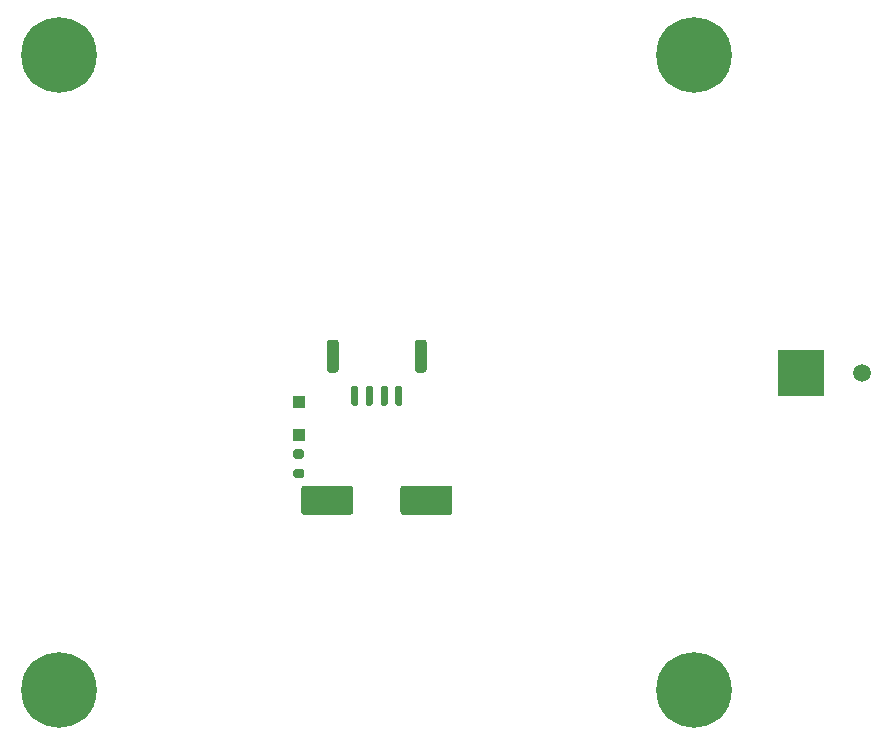
<source format=gbs>
%TF.GenerationSoftware,KiCad,Pcbnew,5.1.7-a382d34a8~88~ubuntu20.04.1*%
%TF.CreationDate,2021-06-08T03:13:41+02:00*%
%TF.ProjectId,uHoubolt_PCB_GNSS,75486f75-626f-46c7-945f-5043425f474e,rev?*%
%TF.SameCoordinates,PX8f0d180PY5f5e100*%
%TF.FileFunction,Soldermask,Bot*%
%TF.FilePolarity,Negative*%
%FSLAX46Y46*%
G04 Gerber Fmt 4.6, Leading zero omitted, Abs format (unit mm)*
G04 Created by KiCad (PCBNEW 5.1.7-a382d34a8~88~ubuntu20.04.1) date 2021-06-08 03:13:41*
%MOMM*%
%LPD*%
G01*
G04 APERTURE LIST*
%ADD10R,4.000000X4.000000*%
%ADD11C,1.500000*%
%ADD12C,0.800000*%
%ADD13C,6.400000*%
%ADD14R,1.100000X1.100000*%
G04 APERTURE END LIST*
D10*
%TO.C,J2*%
X35900000Y0D03*
%TD*%
D11*
%TO.C,J3*%
X41100000Y0D03*
%TD*%
D12*
%TO.C,H4*%
X28597056Y-25202944D03*
X26900000Y-24500000D03*
X25202944Y-25202944D03*
X24500000Y-26900000D03*
X25202944Y-28597056D03*
X26900000Y-29300000D03*
X28597056Y-28597056D03*
X29300000Y-26900000D03*
D13*
X26900000Y-26900000D03*
%TD*%
D12*
%TO.C,H3*%
X-25202944Y-25202944D03*
X-26900000Y-24500000D03*
X-28597056Y-25202944D03*
X-29300000Y-26900000D03*
X-28597056Y-28597056D03*
X-26900000Y-29300000D03*
X-25202944Y-28597056D03*
X-24500000Y-26900000D03*
D13*
X-26900000Y-26900000D03*
%TD*%
D12*
%TO.C,H2*%
X-25202944Y28597056D03*
X-26900000Y29300000D03*
X-28597056Y28597056D03*
X-29300000Y26900000D03*
X-28597056Y25202944D03*
X-26900000Y24500000D03*
X-25202944Y25202944D03*
X-24500000Y26900000D03*
D13*
X-26900000Y26900000D03*
%TD*%
D12*
%TO.C,H1*%
X28597056Y28597056D03*
X26900000Y29300000D03*
X25202944Y28597056D03*
X24500000Y26900000D03*
X25202944Y25202944D03*
X26900000Y24500000D03*
X28597056Y25202944D03*
X29300000Y26900000D03*
D13*
X26900000Y26900000D03*
%TD*%
%TO.C,C4*%
G36*
G01*
X2000000Y-11800000D02*
X2000000Y-9800000D01*
G75*
G02*
X2250000Y-9550000I250000J0D01*
G01*
X6150000Y-9550000D01*
G75*
G02*
X6400000Y-9800000I0J-250000D01*
G01*
X6400000Y-11800000D01*
G75*
G02*
X6150000Y-12050000I-250000J0D01*
G01*
X2250000Y-12050000D01*
G75*
G02*
X2000000Y-11800000I0J250000D01*
G01*
G37*
G36*
G01*
X-6400000Y-11800000D02*
X-6400000Y-9800000D01*
G75*
G02*
X-6150000Y-9550000I250000J0D01*
G01*
X-2250000Y-9550000D01*
G75*
G02*
X-2000000Y-9800000I0J-250000D01*
G01*
X-2000000Y-11800000D01*
G75*
G02*
X-2250000Y-12050000I-250000J0D01*
G01*
X-6150000Y-12050000D01*
G75*
G02*
X-6400000Y-11800000I0J250000D01*
G01*
G37*
%TD*%
%TO.C,R1*%
G36*
G01*
X-6875000Y-8125000D02*
X-6325000Y-8125000D01*
G75*
G02*
X-6125000Y-8325000I0J-200000D01*
G01*
X-6125000Y-8725000D01*
G75*
G02*
X-6325000Y-8925000I-200000J0D01*
G01*
X-6875000Y-8925000D01*
G75*
G02*
X-7075000Y-8725000I0J200000D01*
G01*
X-7075000Y-8325000D01*
G75*
G02*
X-6875000Y-8125000I200000J0D01*
G01*
G37*
G36*
G01*
X-6875000Y-6475000D02*
X-6325000Y-6475000D01*
G75*
G02*
X-6125000Y-6675000I0J-200000D01*
G01*
X-6125000Y-7075000D01*
G75*
G02*
X-6325000Y-7275000I-200000J0D01*
G01*
X-6875000Y-7275000D01*
G75*
G02*
X-7075000Y-7075000I0J200000D01*
G01*
X-7075000Y-6675000D01*
G75*
G02*
X-6875000Y-6475000I200000J0D01*
G01*
G37*
%TD*%
D14*
%TO.C,D1*%
X-6600000Y-2500000D03*
X-6600000Y-5300000D03*
%TD*%
%TO.C,J1*%
G36*
G01*
X-3225000Y2550000D02*
X-3225000Y250000D01*
G75*
G02*
X-3475000Y0I-250000J0D01*
G01*
X-3975000Y0D01*
G75*
G02*
X-4225000Y250000I0J250000D01*
G01*
X-4225000Y2550000D01*
G75*
G02*
X-3975000Y2800000I250000J0D01*
G01*
X-3475000Y2800000D01*
G75*
G02*
X-3225000Y2550000I0J-250000D01*
G01*
G37*
G36*
G01*
X4225000Y2550000D02*
X4225000Y250000D01*
G75*
G02*
X3975000Y0I-250000J0D01*
G01*
X3475000Y0D01*
G75*
G02*
X3225000Y250000I0J250000D01*
G01*
X3225000Y2550000D01*
G75*
G02*
X3475000Y2800000I250000J0D01*
G01*
X3975000Y2800000D01*
G75*
G02*
X4225000Y2550000I0J-250000D01*
G01*
G37*
G36*
G01*
X-1575000Y-1250000D02*
X-1575000Y-2650000D01*
G75*
G02*
X-1725000Y-2800000I-150000J0D01*
G01*
X-2025000Y-2800000D01*
G75*
G02*
X-2175000Y-2650000I0J150000D01*
G01*
X-2175000Y-1250000D01*
G75*
G02*
X-2025000Y-1100000I150000J0D01*
G01*
X-1725000Y-1100000D01*
G75*
G02*
X-1575000Y-1250000I0J-150000D01*
G01*
G37*
G36*
G01*
X-325000Y-1250000D02*
X-325000Y-2650000D01*
G75*
G02*
X-475000Y-2800000I-150000J0D01*
G01*
X-775000Y-2800000D01*
G75*
G02*
X-925000Y-2650000I0J150000D01*
G01*
X-925000Y-1250000D01*
G75*
G02*
X-775000Y-1100000I150000J0D01*
G01*
X-475000Y-1100000D01*
G75*
G02*
X-325000Y-1250000I0J-150000D01*
G01*
G37*
G36*
G01*
X925000Y-1250000D02*
X925000Y-2650000D01*
G75*
G02*
X775000Y-2800000I-150000J0D01*
G01*
X475000Y-2800000D01*
G75*
G02*
X325000Y-2650000I0J150000D01*
G01*
X325000Y-1250000D01*
G75*
G02*
X475000Y-1100000I150000J0D01*
G01*
X775000Y-1100000D01*
G75*
G02*
X925000Y-1250000I0J-150000D01*
G01*
G37*
G36*
G01*
X2175000Y-1250000D02*
X2175000Y-2650000D01*
G75*
G02*
X2025000Y-2800000I-150000J0D01*
G01*
X1725000Y-2800000D01*
G75*
G02*
X1575000Y-2650000I0J150000D01*
G01*
X1575000Y-1250000D01*
G75*
G02*
X1725000Y-1100000I150000J0D01*
G01*
X2025000Y-1100000D01*
G75*
G02*
X2175000Y-1250000I0J-150000D01*
G01*
G37*
%TD*%
M02*

</source>
